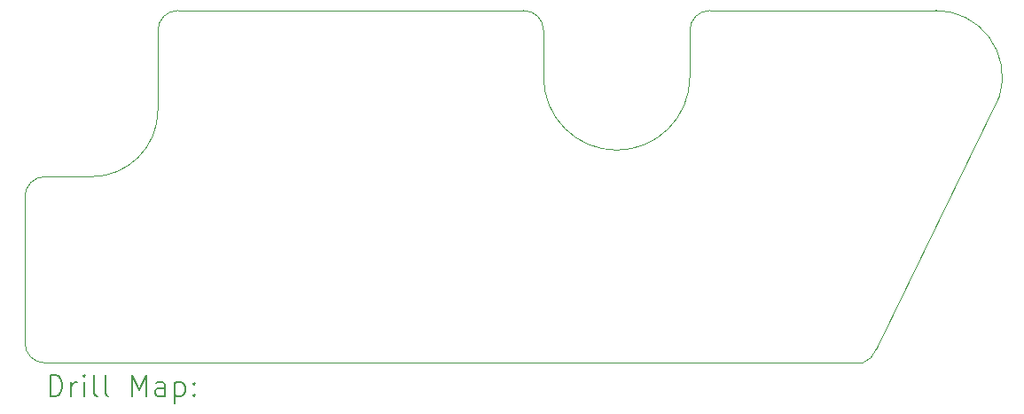
<source format=gbr>
%TF.GenerationSoftware,KiCad,Pcbnew,7.0.1-0*%
%TF.CreationDate,2023-06-10T00:32:30+08:00*%
%TF.ProjectId,FT817-BT-JDY67,46543831-372d-4425-942d-4a445936372e,20230609*%
%TF.SameCoordinates,Original*%
%TF.FileFunction,Drillmap*%
%TF.FilePolarity,Positive*%
%FSLAX45Y45*%
G04 Gerber Fmt 4.5, Leading zero omitted, Abs format (unit mm)*
G04 Created by KiCad (PCBNEW 7.0.1-0) date 2023-06-10 00:32:30*
%MOMM*%
%LPD*%
G01*
G04 APERTURE LIST*
%ADD10C,0.100000*%
%ADD11C,0.200000*%
G04 APERTURE END LIST*
D10*
X17208500Y-9525000D02*
X18388220Y-7103966D01*
X10541000Y-6286500D02*
G75*
G03*
X10350500Y-6477000I0J-190500D01*
G01*
X17081500Y-9652000D02*
G75*
G03*
X17208500Y-9525000I-63500J190500D01*
G01*
X9080500Y-9461500D02*
G75*
G03*
X9271000Y-9652000I190500J0D01*
G01*
X9271000Y-9652000D02*
X17081500Y-9652000D01*
X18388220Y-7103966D02*
G75*
G03*
X17780000Y-6286500I-608220J182466D01*
G01*
X17780000Y-6286500D02*
X15621000Y-6286500D01*
X10350500Y-7239000D02*
X10350500Y-6477000D01*
X9715500Y-7874000D02*
X9271000Y-7874000D01*
X14033500Y-6477000D02*
G75*
G03*
X13843000Y-6286500I-190500J0D01*
G01*
X9271000Y-7874000D02*
G75*
G03*
X9080500Y-8064500I0J-190500D01*
G01*
X14033500Y-6477000D02*
X14033500Y-6921500D01*
X9080500Y-8064500D02*
X9080500Y-9461500D01*
X9715500Y-7874000D02*
G75*
G03*
X10350500Y-7239000I0J635000D01*
G01*
X13843000Y-6286500D02*
X10541000Y-6286500D01*
X15430500Y-6477000D02*
X15430500Y-6921500D01*
X14033500Y-6921500D02*
G75*
G03*
X15430500Y-6921500I698500J0D01*
G01*
X15621000Y-6286500D02*
G75*
G03*
X15430500Y-6477000I0J-190500D01*
G01*
D11*
X9323119Y-9969524D02*
X9323119Y-9769524D01*
X9323119Y-9769524D02*
X9370738Y-9769524D01*
X9370738Y-9769524D02*
X9399309Y-9779048D01*
X9399309Y-9779048D02*
X9418357Y-9798095D01*
X9418357Y-9798095D02*
X9427881Y-9817143D01*
X9427881Y-9817143D02*
X9437405Y-9855238D01*
X9437405Y-9855238D02*
X9437405Y-9883810D01*
X9437405Y-9883810D02*
X9427881Y-9921905D01*
X9427881Y-9921905D02*
X9418357Y-9940952D01*
X9418357Y-9940952D02*
X9399309Y-9960000D01*
X9399309Y-9960000D02*
X9370738Y-9969524D01*
X9370738Y-9969524D02*
X9323119Y-9969524D01*
X9523119Y-9969524D02*
X9523119Y-9836190D01*
X9523119Y-9874286D02*
X9532643Y-9855238D01*
X9532643Y-9855238D02*
X9542167Y-9845714D01*
X9542167Y-9845714D02*
X9561214Y-9836190D01*
X9561214Y-9836190D02*
X9580262Y-9836190D01*
X9646928Y-9969524D02*
X9646928Y-9836190D01*
X9646928Y-9769524D02*
X9637405Y-9779048D01*
X9637405Y-9779048D02*
X9646928Y-9788571D01*
X9646928Y-9788571D02*
X9656452Y-9779048D01*
X9656452Y-9779048D02*
X9646928Y-9769524D01*
X9646928Y-9769524D02*
X9646928Y-9788571D01*
X9770738Y-9969524D02*
X9751690Y-9960000D01*
X9751690Y-9960000D02*
X9742167Y-9940952D01*
X9742167Y-9940952D02*
X9742167Y-9769524D01*
X9875500Y-9969524D02*
X9856452Y-9960000D01*
X9856452Y-9960000D02*
X9846928Y-9940952D01*
X9846928Y-9940952D02*
X9846928Y-9769524D01*
X10104071Y-9969524D02*
X10104071Y-9769524D01*
X10104071Y-9769524D02*
X10170738Y-9912381D01*
X10170738Y-9912381D02*
X10237405Y-9769524D01*
X10237405Y-9769524D02*
X10237405Y-9969524D01*
X10418357Y-9969524D02*
X10418357Y-9864762D01*
X10418357Y-9864762D02*
X10408833Y-9845714D01*
X10408833Y-9845714D02*
X10389786Y-9836190D01*
X10389786Y-9836190D02*
X10351690Y-9836190D01*
X10351690Y-9836190D02*
X10332643Y-9845714D01*
X10418357Y-9960000D02*
X10399309Y-9969524D01*
X10399309Y-9969524D02*
X10351690Y-9969524D01*
X10351690Y-9969524D02*
X10332643Y-9960000D01*
X10332643Y-9960000D02*
X10323119Y-9940952D01*
X10323119Y-9940952D02*
X10323119Y-9921905D01*
X10323119Y-9921905D02*
X10332643Y-9902857D01*
X10332643Y-9902857D02*
X10351690Y-9893333D01*
X10351690Y-9893333D02*
X10399309Y-9893333D01*
X10399309Y-9893333D02*
X10418357Y-9883810D01*
X10513595Y-9836190D02*
X10513595Y-10036190D01*
X10513595Y-9845714D02*
X10532643Y-9836190D01*
X10532643Y-9836190D02*
X10570738Y-9836190D01*
X10570738Y-9836190D02*
X10589786Y-9845714D01*
X10589786Y-9845714D02*
X10599309Y-9855238D01*
X10599309Y-9855238D02*
X10608833Y-9874286D01*
X10608833Y-9874286D02*
X10608833Y-9931429D01*
X10608833Y-9931429D02*
X10599309Y-9950476D01*
X10599309Y-9950476D02*
X10589786Y-9960000D01*
X10589786Y-9960000D02*
X10570738Y-9969524D01*
X10570738Y-9969524D02*
X10532643Y-9969524D01*
X10532643Y-9969524D02*
X10513595Y-9960000D01*
X10694548Y-9950476D02*
X10704071Y-9960000D01*
X10704071Y-9960000D02*
X10694548Y-9969524D01*
X10694548Y-9969524D02*
X10685024Y-9960000D01*
X10685024Y-9960000D02*
X10694548Y-9950476D01*
X10694548Y-9950476D02*
X10694548Y-9969524D01*
X10694548Y-9845714D02*
X10704071Y-9855238D01*
X10704071Y-9855238D02*
X10694548Y-9864762D01*
X10694548Y-9864762D02*
X10685024Y-9855238D01*
X10685024Y-9855238D02*
X10694548Y-9845714D01*
X10694548Y-9845714D02*
X10694548Y-9864762D01*
M02*

</source>
